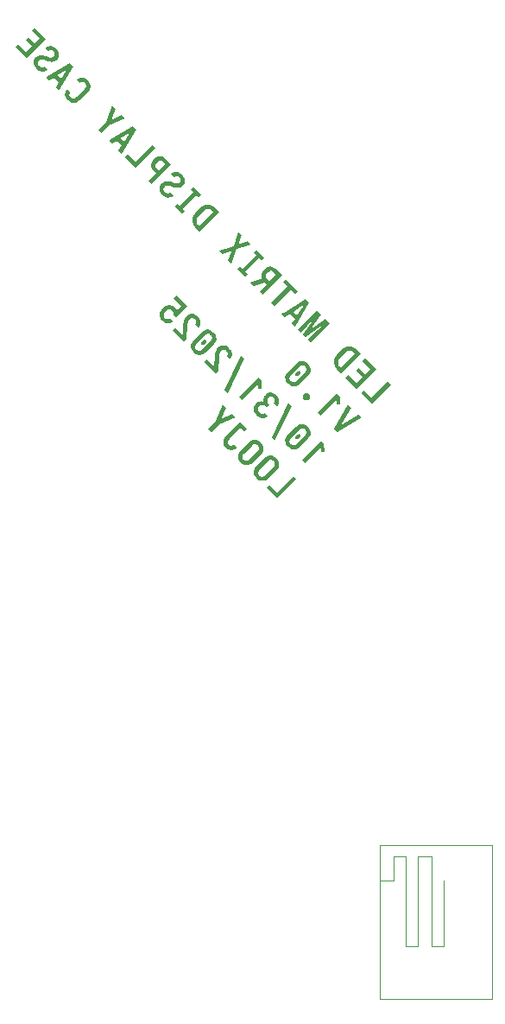
<source format=gbo>
%TF.GenerationSoftware,KiCad,Pcbnew,9.0.1*%
%TF.CreationDate,2025-10-31T14:17:25-04:00*%
%TF.ProjectId,main_display_board,6d61696e-5f64-4697-9370-6c61795f626f,rev?*%
%TF.SameCoordinates,Original*%
%TF.FileFunction,Legend,Bot*%
%TF.FilePolarity,Positive*%
%FSLAX46Y46*%
G04 Gerber Fmt 4.6, Leading zero omitted, Abs format (unit mm)*
G04 Created by KiCad (PCBNEW 9.0.1) date 2025-10-31 14:17:25*
%MOMM*%
%LPD*%
G01*
G04 APERTURE LIST*
%ADD10C,0.100000*%
%ADD11C,0.625000*%
%ADD12C,2.600000*%
%ADD13C,3.500000*%
G04 APERTURE END LIST*
D10*
X102100000Y-135750000D02*
X103300000Y-135750000D01*
X104600000Y-135750000D02*
X105800000Y-135750000D01*
X99600000Y-125850000D02*
X110600000Y-125850000D01*
X110600000Y-140950000D01*
X99600000Y-140950000D01*
X99600000Y-125850000D01*
X104600000Y-126950000D02*
X104600000Y-135750000D01*
X102100000Y-126950000D02*
X102100000Y-135750000D01*
X100900000Y-126950000D02*
X102100000Y-126950000D01*
X105800000Y-135750000D02*
X105800000Y-129350000D01*
X99600000Y-129350000D02*
X100900000Y-129350000D01*
X103300000Y-126950000D02*
X104600000Y-126950000D01*
X100900000Y-129350000D02*
X100900000Y-126950000D01*
X103300000Y-135750000D02*
X103300000Y-126950000D01*
D11*
G36*
X98764705Y-82607768D02*
G01*
X100655142Y-80717330D01*
X100351594Y-80413783D01*
X98720924Y-82044453D01*
X97987874Y-81311404D01*
X97728107Y-81571171D01*
X98764705Y-82607768D01*
G37*
G36*
X97306688Y-81149751D02*
G01*
X99197125Y-79259314D01*
X98091152Y-78153341D01*
X97831385Y-78413107D01*
X98631229Y-79212951D01*
X98114278Y-79729902D01*
X97484169Y-79099794D01*
X97224402Y-79359561D01*
X97854511Y-79989669D01*
X97260325Y-80583855D01*
X96460482Y-79784011D01*
X96200715Y-80043778D01*
X97306688Y-81149751D01*
G37*
G36*
X96752803Y-77030978D02*
G01*
X96845135Y-77052471D01*
X96934101Y-77083627D01*
X97018569Y-77125082D01*
X97097438Y-77177587D01*
X97240119Y-77302307D01*
X97674785Y-77736973D01*
X95784347Y-79627410D01*
X95349681Y-79192744D01*
X95224962Y-79050063D01*
X95172456Y-78971195D01*
X95131001Y-78886727D01*
X95078352Y-78705429D01*
X95070070Y-78594742D01*
X95469237Y-78594742D01*
X95482147Y-78720809D01*
X95501432Y-78781376D01*
X95530979Y-78836547D01*
X95609448Y-78932978D01*
X95738097Y-79061626D01*
X97109000Y-77690722D01*
X96980352Y-77562074D01*
X96883922Y-77483605D01*
X96828750Y-77454057D01*
X96768183Y-77434772D01*
X96642116Y-77421862D01*
X96518632Y-77437354D01*
X96399076Y-77474736D01*
X96283337Y-77528733D01*
X96175232Y-77595527D01*
X96074985Y-77670179D01*
X95979902Y-77752465D01*
X95887288Y-77842384D01*
X95799839Y-77932528D01*
X95717441Y-78027723D01*
X95642789Y-78127970D01*
X95575995Y-78236075D01*
X95521998Y-78351814D01*
X95484729Y-78471257D01*
X95469237Y-78594742D01*
X95070070Y-78594742D01*
X95064207Y-78516385D01*
X95088680Y-78329811D01*
X95146493Y-78150983D01*
X95230126Y-77980013D01*
X95332955Y-77820606D01*
X95451275Y-77673996D01*
X95583741Y-77533672D01*
X95721370Y-77403901D01*
X95867980Y-77285580D01*
X96027387Y-77182751D01*
X96198470Y-77099006D01*
X96377298Y-77041193D01*
X96563760Y-77016833D01*
X96752803Y-77030978D01*
G37*
G36*
X92765485Y-76608548D02*
G01*
X94655922Y-74718110D01*
X94257179Y-74319367D01*
X92742247Y-75371344D01*
X93794224Y-73856412D01*
X93395593Y-73457781D01*
X91505156Y-75348219D01*
X91785466Y-75628529D01*
X92163553Y-75250441D01*
X92452956Y-74956099D01*
X92734614Y-74653786D01*
X93011107Y-74346534D01*
X93290182Y-74041639D01*
X92024689Y-75867752D01*
X92245951Y-76089014D01*
X94072064Y-74823521D01*
X93767282Y-75102709D01*
X93459917Y-75379090D01*
X93157605Y-75660747D01*
X92863150Y-75950038D01*
X92485062Y-76328125D01*
X92765485Y-76608548D01*
G37*
G36*
X92657716Y-72719905D02*
G01*
X91235398Y-75078461D01*
X90919053Y-74762116D01*
X91237980Y-74263126D01*
X90764697Y-73789843D01*
X90265819Y-74108882D01*
X89949362Y-73792425D01*
X90290394Y-73586767D01*
X91081154Y-73586767D01*
X91441168Y-73946781D01*
X91904236Y-73226641D01*
X91995502Y-73083960D01*
X92084186Y-72943636D01*
X91944087Y-73032545D01*
X91801294Y-73123699D01*
X91081154Y-73586767D01*
X90290394Y-73586767D01*
X92307918Y-72370106D01*
X92657716Y-72719905D01*
G37*
G36*
X89201269Y-73044332D02*
G01*
X90831940Y-71413662D01*
X91258972Y-71840694D01*
X91518739Y-71580927D01*
X90361239Y-70423427D01*
X90101472Y-70683194D01*
X90528505Y-71110226D01*
X88897834Y-72740897D01*
X89201269Y-73044332D01*
G37*
G36*
X88889364Y-69171846D02*
G01*
X88992019Y-69190489D01*
X89090435Y-69225469D01*
X89183645Y-69276816D01*
X89270011Y-69339906D01*
X89348216Y-69410404D01*
X89960363Y-70022551D01*
X88069926Y-71912989D01*
X87763908Y-71606971D01*
X88494376Y-70876504D01*
X88321947Y-70704074D01*
X87213391Y-71056454D01*
X86881667Y-70724730D01*
X88026145Y-70362022D01*
X87978073Y-70247416D01*
X87952416Y-70126727D01*
X88359329Y-70126727D01*
X88368289Y-70178127D01*
X88387618Y-70227087D01*
X88448013Y-70310607D01*
X88754143Y-70616737D01*
X89394579Y-69976301D01*
X89088449Y-69670171D01*
X89004929Y-69609776D01*
X88955969Y-69590447D01*
X88904569Y-69581487D01*
X88800506Y-69593049D01*
X88703963Y-69633013D01*
X88617861Y-69690827D01*
X88538045Y-69762785D01*
X88468669Y-69840019D01*
X88409508Y-69927468D01*
X88369656Y-70023898D01*
X88359329Y-70126727D01*
X87952416Y-70126727D01*
X87951605Y-70122911D01*
X87948087Y-69995851D01*
X87968331Y-69874707D01*
X88010214Y-69759006D01*
X88072395Y-69649628D01*
X88148623Y-69548244D01*
X88231915Y-69456655D01*
X88395364Y-69316556D01*
X88484550Y-69259606D01*
X88579244Y-69215074D01*
X88679060Y-69184473D01*
X88783779Y-69169946D01*
X88889364Y-69171846D01*
G37*
G36*
X86334181Y-70177244D02*
G01*
X86593948Y-69917477D01*
X86375267Y-69698797D01*
X87746171Y-68327893D01*
X87964851Y-68546573D01*
X88224618Y-68286806D01*
X87483823Y-67546011D01*
X87224056Y-67805778D01*
X87442736Y-68024458D01*
X86071832Y-69395362D01*
X85853152Y-69176682D01*
X85593385Y-69436448D01*
X86334181Y-70177244D01*
G37*
G36*
X85040735Y-68883799D02*
G01*
X85514018Y-67463950D01*
X86931173Y-66993361D01*
X86591702Y-66653891D01*
X85688917Y-66995831D01*
X86030970Y-66093158D01*
X85691499Y-65753688D01*
X85218217Y-67173312D01*
X83801062Y-67644125D01*
X84140533Y-67983596D01*
X85043317Y-67641431D01*
X84701265Y-68544328D01*
X85040735Y-68883799D01*
G37*
G36*
X82866845Y-63145019D02*
G01*
X82959176Y-63166512D01*
X83048143Y-63197668D01*
X83132610Y-63239123D01*
X83211479Y-63291629D01*
X83354160Y-63416348D01*
X83788826Y-63851014D01*
X81898388Y-65741452D01*
X81463723Y-65306786D01*
X81339003Y-65164105D01*
X81286498Y-65085236D01*
X81245042Y-65000768D01*
X81192393Y-64819470D01*
X81184112Y-64708783D01*
X81583278Y-64708783D01*
X81596188Y-64834850D01*
X81615473Y-64895417D01*
X81645020Y-64950589D01*
X81723489Y-65047019D01*
X81852138Y-65175667D01*
X83223042Y-63804764D01*
X83094393Y-63676115D01*
X82997963Y-63597646D01*
X82942792Y-63568099D01*
X82882224Y-63548814D01*
X82756158Y-63535904D01*
X82632673Y-63551396D01*
X82513117Y-63588778D01*
X82397379Y-63642774D01*
X82289273Y-63709568D01*
X82189026Y-63784220D01*
X82093943Y-63866506D01*
X82001330Y-63956425D01*
X81913880Y-64046569D01*
X81831482Y-64141764D01*
X81756830Y-64242011D01*
X81690036Y-64350117D01*
X81636040Y-64465855D01*
X81598770Y-64585299D01*
X81583278Y-64708783D01*
X81184112Y-64708783D01*
X81178249Y-64630427D01*
X81202721Y-64443853D01*
X81260534Y-64265024D01*
X81344167Y-64094054D01*
X81446996Y-63934647D01*
X81565317Y-63788037D01*
X81697782Y-63647714D01*
X81835411Y-63517942D01*
X81982021Y-63399622D01*
X82141429Y-63296793D01*
X82312511Y-63213048D01*
X82491339Y-63155234D01*
X82677801Y-63130874D01*
X82866845Y-63145019D01*
G37*
G36*
X80162644Y-64005707D02*
G01*
X80422410Y-63745940D01*
X80203730Y-63527260D01*
X81574634Y-62156356D01*
X81793314Y-62375036D01*
X82053081Y-62115269D01*
X81312285Y-61374474D01*
X81052519Y-61634241D01*
X81271199Y-61852921D01*
X79900295Y-63223824D01*
X79681615Y-63005144D01*
X79421848Y-63264911D01*
X80162644Y-64005707D01*
G37*
G36*
X78231344Y-62115494D02*
G01*
X78383118Y-62249306D01*
X78465994Y-62305880D01*
X78555435Y-62352248D01*
X78650201Y-62386844D01*
X78750765Y-62408826D01*
X78853123Y-62415554D01*
X78952831Y-62405009D01*
X79049420Y-62378356D01*
X79141875Y-62336756D01*
X79227456Y-62282007D01*
X79303864Y-62215853D01*
X79324407Y-62195310D01*
X79018390Y-61889292D01*
X79008175Y-61899508D01*
X78952130Y-61944708D01*
X78885925Y-61977977D01*
X78814339Y-61995993D01*
X78741897Y-61996050D01*
X78671248Y-61979294D01*
X78605615Y-61947106D01*
X78491111Y-61855727D01*
X78399844Y-61741335D01*
X78367656Y-61675702D01*
X78350900Y-61605053D01*
X78350842Y-61532169D01*
X78368861Y-61458443D01*
X78402369Y-61390051D01*
X78447442Y-61333612D01*
X78520911Y-61277360D01*
X78609431Y-61241223D01*
X78704917Y-61225064D01*
X78799710Y-61228313D01*
X78893389Y-61246604D01*
X78983702Y-61275798D01*
X79159948Y-61346521D01*
X79339899Y-61410846D01*
X79526361Y-61450697D01*
X79716752Y-61458556D01*
X79811906Y-61449126D01*
X79903101Y-61428919D01*
X79991258Y-61397799D01*
X80076766Y-61355614D01*
X80156675Y-61302603D01*
X80229887Y-61238416D01*
X80294167Y-61164568D01*
X80349330Y-61080356D01*
X80392571Y-60989306D01*
X80421400Y-60895129D01*
X80435549Y-60797791D01*
X80434310Y-60697217D01*
X80417867Y-60597597D01*
X80386712Y-60503009D01*
X80342688Y-60413267D01*
X80287700Y-60329233D01*
X80157816Y-60178694D01*
X80007390Y-60048922D01*
X79923773Y-59993786D01*
X79836307Y-59949910D01*
X79743880Y-59918186D01*
X79644682Y-59899731D01*
X79544111Y-59896249D01*
X79447892Y-59908824D01*
X79354906Y-59936574D01*
X79264012Y-59979547D01*
X79179788Y-60034726D01*
X79105840Y-60099102D01*
X79085296Y-60119645D01*
X79391314Y-60425663D01*
X79401642Y-60415335D01*
X79454395Y-60371528D01*
X79516145Y-60336978D01*
X79583125Y-60315737D01*
X79652428Y-60311383D01*
X79720963Y-60323478D01*
X79786240Y-60352470D01*
X79898050Y-60438460D01*
X79984264Y-60550495D01*
X80013191Y-60615684D01*
X80025351Y-60684307D01*
X80021265Y-60753767D01*
X80000991Y-60821824D01*
X79967329Y-60884567D01*
X79923869Y-60937563D01*
X79850306Y-60993960D01*
X79761768Y-61030288D01*
X79666238Y-61046929D01*
X79571377Y-61045556D01*
X79477860Y-61028505D01*
X79387497Y-60997958D01*
X79210016Y-60926000D01*
X79029953Y-60864258D01*
X78843491Y-60824406D01*
X78654447Y-60815425D01*
X78561165Y-60824674D01*
X78467985Y-60844949D01*
X78377636Y-60876149D01*
X78291739Y-60918366D01*
X78212154Y-60970802D01*
X78141312Y-61032646D01*
X78074905Y-61109327D01*
X78019175Y-61196095D01*
X77976307Y-61289822D01*
X77948340Y-61387720D01*
X77936470Y-61488290D01*
X77941941Y-61589674D01*
X77962525Y-61689321D01*
X77995937Y-61785116D01*
X78041318Y-61875978D01*
X78097756Y-61961250D01*
X78231344Y-62115494D01*
G37*
G36*
X78086277Y-58359092D02*
G01*
X78190482Y-58381319D01*
X78289889Y-58419600D01*
X78382220Y-58472697D01*
X78548026Y-58610214D01*
X79108758Y-59170947D01*
X77218321Y-61061384D01*
X76912191Y-60755254D01*
X77642659Y-60024787D01*
X77388056Y-59770184D01*
X77250539Y-59604378D01*
X77197442Y-59512047D01*
X77159161Y-59412640D01*
X77137017Y-59308342D01*
X77136380Y-59294030D01*
X77545579Y-59294030D01*
X77562955Y-59374135D01*
X77598605Y-59448519D01*
X77647823Y-59510417D01*
X77902426Y-59765020D01*
X78542862Y-59124584D01*
X78288259Y-58869981D01*
X78226361Y-58820763D01*
X78151977Y-58785113D01*
X78071872Y-58767737D01*
X77992570Y-58772316D01*
X77915880Y-58795689D01*
X77844613Y-58835405D01*
X77717311Y-58942051D01*
X77613135Y-59066883D01*
X77573511Y-59138049D01*
X77550158Y-59214728D01*
X77545579Y-59294030D01*
X77136380Y-59294030D01*
X77132219Y-59200471D01*
X77144428Y-59092944D01*
X77173305Y-58989649D01*
X77217002Y-58891252D01*
X77273665Y-58799258D01*
X77411182Y-58635922D01*
X77577100Y-58495823D01*
X77669094Y-58439160D01*
X77767491Y-58395463D01*
X77870887Y-58366499D01*
X77978425Y-58354264D01*
X78086277Y-58359092D01*
G37*
G36*
X75621440Y-59464503D02*
G01*
X77511878Y-57574066D01*
X77208330Y-57270518D01*
X75577659Y-58901189D01*
X74844610Y-58168139D01*
X74584843Y-58427906D01*
X75621440Y-59464503D01*
G37*
G36*
X75685989Y-55748177D02*
G01*
X74263671Y-58106734D01*
X73947325Y-57790389D01*
X74266253Y-57291398D01*
X73792970Y-56818116D01*
X73294092Y-57137155D01*
X72977634Y-56820697D01*
X73318666Y-56615039D01*
X74109427Y-56615039D01*
X74469441Y-56975053D01*
X74932508Y-56254913D01*
X75023775Y-56112232D01*
X75112459Y-55971909D01*
X74972360Y-56060818D01*
X74829567Y-56151972D01*
X74109427Y-56615039D01*
X73318666Y-56615039D01*
X75336191Y-55398379D01*
X75685989Y-55748177D01*
G37*
G36*
X72229542Y-56072605D02*
G01*
X73006260Y-55295887D01*
X74601008Y-54663197D01*
X74269171Y-54331360D01*
X73199233Y-54799366D01*
X73667352Y-53729540D01*
X73335515Y-53397704D01*
X72702825Y-54992451D01*
X71926107Y-55769170D01*
X72229542Y-56072605D01*
G37*
G36*
X68979202Y-52863352D02*
G01*
X69146468Y-53004798D01*
X69239884Y-53061555D01*
X69339328Y-53102688D01*
X69443822Y-53127730D01*
X69552844Y-53136141D01*
X69662130Y-53127721D01*
X69768830Y-53102688D01*
X69870275Y-53061676D01*
X69963038Y-53006145D01*
X70128844Y-52865934D01*
X70913308Y-52081470D01*
X71053519Y-51915664D01*
X71109050Y-51822901D01*
X71150062Y-51721456D01*
X71175156Y-51614670D01*
X71183515Y-51505470D01*
X71175105Y-51396448D01*
X71150062Y-51291954D01*
X71108959Y-51192485D01*
X71052285Y-51098981D01*
X70910838Y-50931716D01*
X70757830Y-50799362D01*
X70673565Y-50744087D01*
X70582818Y-50699115D01*
X70487062Y-50666259D01*
X70387376Y-50647589D01*
X70286330Y-50644422D01*
X70186770Y-50658029D01*
X70090379Y-50686881D01*
X69998961Y-50729987D01*
X69914451Y-50785532D01*
X69838318Y-50852012D01*
X69827991Y-50862340D01*
X70134008Y-51168357D01*
X70139172Y-51163193D01*
X70194615Y-51117355D01*
X70258727Y-51082255D01*
X70328324Y-51061637D01*
X70400173Y-51059129D01*
X70470959Y-51073257D01*
X70536568Y-51102798D01*
X70651072Y-51191482D01*
X70703590Y-51255526D01*
X70743573Y-51330459D01*
X70766138Y-51411236D01*
X70766698Y-51492560D01*
X70747823Y-51571870D01*
X70711467Y-51645681D01*
X70607291Y-51775452D01*
X69822827Y-52559917D01*
X69692943Y-52664205D01*
X69619220Y-52700494D01*
X69539822Y-52719436D01*
X69458597Y-52718794D01*
X69377833Y-52696199D01*
X69302991Y-52656136D01*
X69238969Y-52603585D01*
X69150172Y-52489193D01*
X69120631Y-52423585D01*
X69106504Y-52352799D01*
X69109073Y-52280865D01*
X69129629Y-52211353D01*
X69164746Y-52147229D01*
X69210680Y-52091685D01*
X69215731Y-52086634D01*
X68909714Y-51780616D01*
X68899498Y-51790832D01*
X68832906Y-51867077D01*
X68777249Y-51951699D01*
X68734212Y-52043029D01*
X68705291Y-52139507D01*
X68691769Y-52238968D01*
X68694963Y-52340002D01*
X68713604Y-52439709D01*
X68746377Y-52535556D01*
X68791459Y-52626187D01*
X68846849Y-52710343D01*
X68979202Y-52863352D01*
G37*
G36*
X69514452Y-49576640D02*
G01*
X68092133Y-51935197D01*
X67775788Y-51618851D01*
X68094715Y-51119861D01*
X67621433Y-50646578D01*
X67122555Y-50965618D01*
X66806097Y-50649160D01*
X67147129Y-50443502D01*
X67937890Y-50443502D01*
X68297904Y-50803516D01*
X68760971Y-50083376D01*
X68852237Y-49940695D01*
X68940922Y-49800372D01*
X68800823Y-49889281D01*
X68658030Y-49980435D01*
X67937890Y-50443502D01*
X67147129Y-50443502D01*
X69164654Y-49226842D01*
X69514452Y-49576640D01*
G37*
G36*
X65888270Y-49772419D02*
G01*
X66040043Y-49906232D01*
X66122919Y-49962805D01*
X66212361Y-50009173D01*
X66307127Y-50043769D01*
X66407691Y-50065752D01*
X66510049Y-50072480D01*
X66609757Y-50061935D01*
X66706345Y-50035282D01*
X66798800Y-49993681D01*
X66884381Y-49938933D01*
X66960790Y-49872779D01*
X66981333Y-49852235D01*
X66675316Y-49546218D01*
X66665100Y-49556434D01*
X66609056Y-49601633D01*
X66542850Y-49634902D01*
X66471265Y-49652919D01*
X66398822Y-49652976D01*
X66328173Y-49636220D01*
X66262540Y-49604031D01*
X66148036Y-49512653D01*
X66056770Y-49398261D01*
X66024581Y-49332628D01*
X66007825Y-49261979D01*
X66007767Y-49189094D01*
X66025787Y-49115369D01*
X66059295Y-49046976D01*
X66104368Y-48990537D01*
X66177837Y-48934286D01*
X66266357Y-48898148D01*
X66361842Y-48881990D01*
X66456636Y-48885238D01*
X66550314Y-48903530D01*
X66640628Y-48932724D01*
X66816874Y-49003447D01*
X66996825Y-49067771D01*
X67183287Y-49107623D01*
X67373677Y-49115481D01*
X67468831Y-49106052D01*
X67560027Y-49085845D01*
X67648183Y-49054725D01*
X67733691Y-49012540D01*
X67813600Y-48959529D01*
X67886812Y-48895342D01*
X67951093Y-48821493D01*
X68006256Y-48737281D01*
X68049497Y-48646231D01*
X68078326Y-48552055D01*
X68092475Y-48454717D01*
X68091235Y-48354142D01*
X68074793Y-48254522D01*
X68043638Y-48159935D01*
X67999613Y-48070193D01*
X67944625Y-47986158D01*
X67814742Y-47835619D01*
X67664315Y-47705848D01*
X67580698Y-47650712D01*
X67493233Y-47606836D01*
X67400805Y-47575112D01*
X67301607Y-47556656D01*
X67201036Y-47553175D01*
X67104818Y-47565749D01*
X67011832Y-47593500D01*
X66920938Y-47636472D01*
X66836713Y-47691651D01*
X66762765Y-47756028D01*
X66742222Y-47776571D01*
X67048239Y-48082588D01*
X67058567Y-48072261D01*
X67111320Y-48028453D01*
X67173071Y-47993904D01*
X67240051Y-47972663D01*
X67309353Y-47968309D01*
X67377889Y-47980404D01*
X67443166Y-48009396D01*
X67554975Y-48095386D01*
X67641190Y-48207420D01*
X67670116Y-48272610D01*
X67682277Y-48341233D01*
X67678191Y-48410692D01*
X67657917Y-48478750D01*
X67624255Y-48541492D01*
X67580795Y-48594488D01*
X67507231Y-48650885D01*
X67418693Y-48687214D01*
X67323163Y-48703855D01*
X67228302Y-48702481D01*
X67134786Y-48685431D01*
X67044423Y-48654884D01*
X66866941Y-48582926D01*
X66686878Y-48521183D01*
X66500417Y-48481332D01*
X66311373Y-48472351D01*
X66218090Y-48481600D01*
X66124911Y-48501875D01*
X66034561Y-48533075D01*
X65948665Y-48575292D01*
X65869080Y-48627728D01*
X65798238Y-48689571D01*
X65731830Y-48766252D01*
X65676101Y-48853020D01*
X65633232Y-48946748D01*
X65605265Y-49044646D01*
X65593395Y-49145216D01*
X65598867Y-49246599D01*
X65619451Y-49346247D01*
X65652863Y-49442042D01*
X65698244Y-49532903D01*
X65754682Y-49618176D01*
X65888270Y-49772419D01*
G37*
G36*
X64906118Y-48749181D02*
G01*
X66796555Y-46858743D01*
X65690582Y-45752770D01*
X65430815Y-46012537D01*
X66230659Y-46812381D01*
X65713707Y-47329332D01*
X65083599Y-46699224D01*
X64823832Y-46958991D01*
X65453941Y-47589099D01*
X64859755Y-48183285D01*
X64059911Y-47383441D01*
X63800145Y-47643208D01*
X64906118Y-48749181D01*
G37*
G36*
X95393058Y-85413406D02*
G01*
X97751614Y-83991088D01*
X97435269Y-83674742D01*
X95899794Y-84659925D01*
X95757001Y-84751304D01*
X95616790Y-84839876D01*
X95705586Y-84699889D01*
X95796853Y-84556984D01*
X96782036Y-83021509D01*
X96465578Y-82705051D01*
X95043260Y-85063608D01*
X95393058Y-85413406D01*
G37*
G36*
X93749927Y-83770275D02*
G01*
X95324019Y-82196182D01*
X95347144Y-82697754D01*
X95673817Y-82710552D01*
X95640364Y-81879837D01*
X95336816Y-81576290D01*
X93446379Y-83466727D01*
X93749927Y-83770275D01*
G37*
G36*
X92111847Y-82173282D02*
G01*
X92166613Y-82220291D01*
X92227698Y-82258149D01*
X92293730Y-82283625D01*
X92362633Y-82292949D01*
X92431411Y-82285039D01*
X92497680Y-82258261D01*
X92610837Y-82173394D01*
X92696940Y-82059002D01*
X92723039Y-81993670D01*
X92731740Y-81923843D01*
X92723386Y-81853776D01*
X92698287Y-81787560D01*
X92660429Y-81726476D01*
X92613419Y-81671709D01*
X92558752Y-81624795D01*
X92497680Y-81586954D01*
X92431465Y-81561855D01*
X92361398Y-81553501D01*
X92291571Y-81562202D01*
X92226239Y-81588301D01*
X92111847Y-81674404D01*
X92026979Y-81787560D01*
X92000201Y-81853830D01*
X91992291Y-81922608D01*
X92001615Y-81991511D01*
X92027092Y-82057543D01*
X92064933Y-82118615D01*
X92111847Y-82173282D01*
G37*
G36*
X91674936Y-79413961D02*
G01*
X91741842Y-79457518D01*
X91785511Y-79524536D01*
X91795880Y-79563466D01*
X91795839Y-79601770D01*
X91768896Y-79674963D01*
X91718717Y-79737940D01*
X91608142Y-79848515D01*
X91545052Y-79898807D01*
X91471748Y-79925861D01*
X91394626Y-79915421D01*
X91327720Y-79871640D01*
X91284051Y-79804846D01*
X91273611Y-79727725D01*
X91300665Y-79654420D01*
X91350957Y-79591330D01*
X91461532Y-79480755D01*
X91524509Y-79430576D01*
X91597702Y-79403634D01*
X91636006Y-79403592D01*
X91674936Y-79413961D01*
G37*
G36*
X92040847Y-78429172D02*
G01*
X92144402Y-78458415D01*
X92242634Y-78502070D01*
X92334681Y-78558662D01*
X92500599Y-78698761D01*
X92640810Y-78864792D01*
X92697422Y-78956852D01*
X92741169Y-79055182D01*
X92770350Y-79158651D01*
X92783603Y-79267351D01*
X92779341Y-79376525D01*
X92756549Y-79482102D01*
X92716962Y-79582634D01*
X92662588Y-79676198D01*
X92523724Y-79843351D01*
X91713553Y-80653523D01*
X91546287Y-80792499D01*
X91452723Y-80846872D01*
X91352192Y-80886459D01*
X91246614Y-80909251D01*
X91137441Y-80913514D01*
X91028817Y-80900208D01*
X90925272Y-80871080D01*
X90826966Y-80827303D01*
X90734993Y-80770608D01*
X90568963Y-80630397D01*
X90428864Y-80464479D01*
X90372189Y-80372519D01*
X90328504Y-80274312D01*
X90299314Y-80170681D01*
X90287948Y-80077523D01*
X90702663Y-80077523D01*
X90706130Y-80157987D01*
X90732187Y-80235695D01*
X90775071Y-80307397D01*
X90828729Y-80370630D01*
X90891977Y-80424307D01*
X90963777Y-80467285D01*
X91041485Y-80493343D01*
X91121949Y-80496809D01*
X91201646Y-80480739D01*
X91276305Y-80447977D01*
X91345092Y-80402246D01*
X91407536Y-80347505D01*
X92217707Y-79537334D01*
X92272431Y-79474904D01*
X92318066Y-79406216D01*
X92350829Y-79331556D01*
X92366899Y-79251860D01*
X92363432Y-79171396D01*
X92337375Y-79093687D01*
X92294477Y-79021798D01*
X92240832Y-78958528D01*
X92177575Y-78904901D01*
X92105785Y-78862097D01*
X92028077Y-78836040D01*
X91947612Y-78832573D01*
X91867939Y-78848673D01*
X91793369Y-78881518D01*
X91724593Y-78927072D01*
X91662138Y-78981765D01*
X90851967Y-79791937D01*
X90797257Y-79854405D01*
X90751608Y-79923279D01*
X90718762Y-79997850D01*
X90702663Y-80077523D01*
X90287948Y-80077523D01*
X90286071Y-80062143D01*
X90290251Y-79952872D01*
X90313013Y-79847280D01*
X90352520Y-79746657D01*
X90406861Y-79653073D01*
X90545837Y-79485807D01*
X91356009Y-78675636D01*
X91523162Y-78536772D01*
X91616747Y-78482430D01*
X91717370Y-78442923D01*
X91822962Y-78420161D01*
X91932233Y-78415981D01*
X92040847Y-78429172D01*
G37*
G36*
X92204169Y-88401801D02*
G01*
X93778261Y-86827709D01*
X93801386Y-87329281D01*
X94128059Y-87342079D01*
X94094606Y-86511364D01*
X93791058Y-86207816D01*
X91900621Y-88098254D01*
X92204169Y-88401801D01*
G37*
G36*
X91672062Y-85588372D02*
G01*
X91738968Y-85631929D01*
X91782637Y-85698947D01*
X91793006Y-85737877D01*
X91792965Y-85776181D01*
X91766023Y-85849374D01*
X91715843Y-85912351D01*
X91605268Y-86022926D01*
X91542179Y-86073218D01*
X91468874Y-86100272D01*
X91391752Y-86089832D01*
X91324846Y-86046051D01*
X91281177Y-85979257D01*
X91270737Y-85902136D01*
X91297791Y-85828831D01*
X91348083Y-85765741D01*
X91458658Y-85655166D01*
X91521635Y-85604987D01*
X91594828Y-85578045D01*
X91633132Y-85578003D01*
X91672062Y-85588372D01*
G37*
G36*
X92037973Y-84603583D02*
G01*
X92141528Y-84632826D01*
X92239760Y-84676481D01*
X92331807Y-84733073D01*
X92497725Y-84873172D01*
X92637936Y-85039203D01*
X92694548Y-85131263D01*
X92738296Y-85229593D01*
X92767476Y-85333062D01*
X92780729Y-85441762D01*
X92776467Y-85550936D01*
X92753675Y-85656513D01*
X92714088Y-85757045D01*
X92659715Y-85850609D01*
X92520850Y-86017762D01*
X91710679Y-86827934D01*
X91543414Y-86966910D01*
X91449849Y-87021283D01*
X91349318Y-87060870D01*
X91243740Y-87083662D01*
X91134567Y-87087925D01*
X91025943Y-87074619D01*
X90922398Y-87045491D01*
X90824092Y-87001714D01*
X90732119Y-86945019D01*
X90566089Y-86804808D01*
X90425990Y-86638890D01*
X90369315Y-86546930D01*
X90325631Y-86448724D01*
X90296440Y-86345092D01*
X90285074Y-86251934D01*
X90699789Y-86251934D01*
X90703256Y-86332398D01*
X90729313Y-86410106D01*
X90772197Y-86481808D01*
X90825856Y-86545042D01*
X90889103Y-86598718D01*
X90960903Y-86641696D01*
X91038611Y-86667754D01*
X91119075Y-86671220D01*
X91198772Y-86655150D01*
X91273431Y-86622388D01*
X91342218Y-86576657D01*
X91404662Y-86521916D01*
X92214833Y-85711745D01*
X92269557Y-85649315D01*
X92315192Y-85580627D01*
X92347955Y-85505967D01*
X92364025Y-85426271D01*
X92360558Y-85345807D01*
X92334501Y-85268098D01*
X92291603Y-85196209D01*
X92237958Y-85132939D01*
X92174701Y-85079312D01*
X92102911Y-85036508D01*
X92025203Y-85010451D01*
X91944739Y-85006984D01*
X91865065Y-85023084D01*
X91790495Y-85055929D01*
X91721719Y-85101483D01*
X91659265Y-85156176D01*
X90849093Y-85966348D01*
X90794383Y-86028816D01*
X90748734Y-86097690D01*
X90715888Y-86172261D01*
X90699789Y-86251934D01*
X90285074Y-86251934D01*
X90283197Y-86236554D01*
X90287377Y-86127283D01*
X90310139Y-86021691D01*
X90349646Y-85921068D01*
X90403987Y-85827484D01*
X90542963Y-85660218D01*
X91353135Y-84850047D01*
X91520288Y-84711183D01*
X91613873Y-84656841D01*
X91714496Y-84617334D01*
X91820088Y-84594572D01*
X91929359Y-84590392D01*
X92037973Y-84603583D01*
G37*
G36*
X88951247Y-85884399D02*
G01*
X89267592Y-86200744D01*
X90885465Y-82849371D01*
X90569120Y-82533026D01*
X88951247Y-85884399D01*
G37*
G36*
X87472687Y-83711406D02*
G01*
X87628277Y-83846341D01*
X87714564Y-83904387D01*
X87805758Y-83951977D01*
X87901739Y-83987642D01*
X88002436Y-84009902D01*
X88104885Y-84016859D01*
X88205624Y-84007208D01*
X88303585Y-83981039D01*
X88398485Y-83937832D01*
X88486349Y-83880879D01*
X88563168Y-83814235D01*
X88575966Y-83801438D01*
X88269948Y-83495420D01*
X88264897Y-83500472D01*
X88206151Y-83547714D01*
X88137483Y-83581635D01*
X88063520Y-83599239D01*
X87989526Y-83598249D01*
X87917677Y-83580272D01*
X87850774Y-83546835D01*
X87732453Y-83451639D01*
X87680116Y-83391640D01*
X87635911Y-83324338D01*
X87605032Y-83250949D01*
X87592130Y-83172564D01*
X87597618Y-83093207D01*
X87621766Y-83016973D01*
X87661114Y-82946759D01*
X87711798Y-82885855D01*
X87766402Y-82839055D01*
X87826302Y-82802335D01*
X87891127Y-82775318D01*
X87960114Y-82758554D01*
X88030683Y-82752378D01*
X88100213Y-82757207D01*
X88168016Y-82772905D01*
X88232678Y-82799640D01*
X88348417Y-82876762D01*
X88452593Y-82973305D01*
X88712360Y-82713538D01*
X88624798Y-82618343D01*
X88556657Y-82511585D01*
X88520734Y-82388100D01*
X88517209Y-82323124D01*
X88524551Y-82260798D01*
X88566985Y-82141131D01*
X88642872Y-82036955D01*
X88695502Y-81992576D01*
X88757264Y-81956016D01*
X88824659Y-81931823D01*
X88895005Y-81923798D01*
X88965072Y-81932152D01*
X89031287Y-81957251D01*
X89092078Y-81994719D01*
X89144556Y-82039536D01*
X89226730Y-82150224D01*
X89252487Y-82213981D01*
X89262765Y-82281454D01*
X89257033Y-82349246D01*
X89234475Y-82415042D01*
X89198957Y-82475716D01*
X89154772Y-82528199D01*
X89147026Y-82535945D01*
X89453156Y-82842074D01*
X89471117Y-82824113D01*
X89535678Y-82750602D01*
X89590785Y-82668522D01*
X89633843Y-82579664D01*
X89662743Y-82485877D01*
X89676828Y-82388771D01*
X89675540Y-82290323D01*
X89659461Y-82193166D01*
X89629290Y-82100156D01*
X89586586Y-82011737D01*
X89532859Y-81928962D01*
X89404323Y-81779770D01*
X89252437Y-81651233D01*
X89167364Y-81597743D01*
X89077538Y-81556038D01*
X88982960Y-81527473D01*
X88883330Y-81513604D01*
X88782835Y-81514862D01*
X88685306Y-81531566D01*
X88591345Y-81562625D01*
X88501426Y-81607453D01*
X88418175Y-81663688D01*
X88344600Y-81728355D01*
X88282630Y-81799272D01*
X88230096Y-81878782D01*
X88188592Y-81964666D01*
X88159373Y-82055028D01*
X88143320Y-82148204D01*
X88141412Y-82242725D01*
X88152952Y-82337008D01*
X88177447Y-82430534D01*
X88077739Y-82397075D01*
X87974259Y-82379119D01*
X87869273Y-82376544D01*
X87765906Y-82389447D01*
X87665660Y-82417695D01*
X87570352Y-82461517D01*
X87482213Y-82518661D01*
X87403198Y-82587359D01*
X87333828Y-82666348D01*
X87274550Y-82754625D01*
X87227926Y-82850150D01*
X87196081Y-82951414D01*
X87180386Y-83055944D01*
X87182049Y-83161001D01*
X87199647Y-83264733D01*
X87232116Y-83365537D01*
X87277765Y-83461244D01*
X87335057Y-83550652D01*
X87472687Y-83711406D01*
G37*
G36*
X86032631Y-82230264D02*
G01*
X87606724Y-80656172D01*
X87629849Y-81157744D01*
X87956522Y-81170541D01*
X87923069Y-80339827D01*
X87619521Y-80036279D01*
X85729084Y-81926716D01*
X86032631Y-82230264D01*
G37*
G36*
X84322594Y-81255746D02*
G01*
X84638939Y-81572091D01*
X86256812Y-78220718D01*
X85940467Y-77904373D01*
X84322594Y-81255746D01*
G37*
G36*
X83435525Y-79633158D02*
G01*
X83695292Y-79373391D01*
X83775108Y-78043686D01*
X83787905Y-77881585D01*
X83813613Y-77719595D01*
X83872773Y-77567934D01*
X83916391Y-77499272D01*
X83970550Y-77436703D01*
X84094035Y-77341508D01*
X84166006Y-77309573D01*
X84241880Y-77296492D01*
X84318645Y-77301888D01*
X84392419Y-77326016D01*
X84460463Y-77365118D01*
X84520955Y-77415935D01*
X84608405Y-77529204D01*
X84636609Y-77593435D01*
X84649491Y-77663017D01*
X84646386Y-77733654D01*
X84626478Y-77801881D01*
X84592332Y-77864817D01*
X84546662Y-77920089D01*
X84538916Y-77927835D01*
X84845046Y-78233965D01*
X84860425Y-78218585D01*
X84927001Y-78142354D01*
X84982563Y-78057831D01*
X85025453Y-77966576D01*
X85053398Y-77871369D01*
X85065573Y-77773112D01*
X85061032Y-77673345D01*
X85041751Y-77574843D01*
X85009617Y-77480484D01*
X84965819Y-77390884D01*
X84911952Y-77308055D01*
X84780722Y-77156168D01*
X84619967Y-77018764D01*
X84530212Y-76962421D01*
X84433505Y-76919639D01*
X84331665Y-76891693D01*
X84226500Y-76879900D01*
X84120911Y-76884349D01*
X84018148Y-76905495D01*
X83919931Y-76942681D01*
X83827757Y-76995526D01*
X83664421Y-77130573D01*
X83588136Y-77217221D01*
X83524322Y-77311984D01*
X83473164Y-77413876D01*
X83435525Y-77521571D01*
X83409847Y-77633275D01*
X83394438Y-77747884D01*
X83378947Y-77976668D01*
X83376365Y-77984414D01*
X83314622Y-78992722D01*
X82568775Y-78246875D01*
X82309008Y-78506641D01*
X83435525Y-79633158D01*
G37*
G36*
X82414756Y-76331067D02*
G01*
X82481662Y-76374623D01*
X82525331Y-76441642D01*
X82535700Y-76480572D01*
X82535659Y-76518876D01*
X82508717Y-76592068D01*
X82458537Y-76655045D01*
X82347962Y-76765620D01*
X82284873Y-76815912D01*
X82211568Y-76842967D01*
X82134446Y-76832526D01*
X82067540Y-76788746D01*
X82023871Y-76721952D01*
X82013431Y-76644830D01*
X82040486Y-76571525D01*
X82090777Y-76508435D01*
X82201352Y-76397861D01*
X82264330Y-76347681D01*
X82337522Y-76320739D01*
X82375826Y-76320697D01*
X82414756Y-76331067D01*
G37*
G36*
X82780667Y-75346277D02*
G01*
X82884222Y-75375520D01*
X82982454Y-75419175D01*
X83074501Y-75475767D01*
X83240419Y-75615866D01*
X83380631Y-75781897D01*
X83437243Y-75873957D01*
X83480990Y-75972288D01*
X83510170Y-76075756D01*
X83523424Y-76184457D01*
X83519161Y-76293630D01*
X83496369Y-76399208D01*
X83456782Y-76499739D01*
X83402409Y-76593303D01*
X83263545Y-76760456D01*
X82453373Y-77570628D01*
X82286108Y-77709604D01*
X82192543Y-77763977D01*
X82092012Y-77803565D01*
X81986434Y-77826356D01*
X81877261Y-77830619D01*
X81768637Y-77817314D01*
X81665092Y-77788185D01*
X81566787Y-77744409D01*
X81474814Y-77687714D01*
X81308783Y-77547502D01*
X81168684Y-77381584D01*
X81112009Y-77289624D01*
X81068325Y-77191418D01*
X81039134Y-77087786D01*
X81027767Y-76994628D01*
X81442483Y-76994628D01*
X81445950Y-77075092D01*
X81472007Y-77152801D01*
X81514891Y-77224502D01*
X81568550Y-77287736D01*
X81631797Y-77341412D01*
X81703597Y-77384391D01*
X81781305Y-77410448D01*
X81861770Y-77413915D01*
X81941466Y-77397845D01*
X82016125Y-77365082D01*
X82084912Y-77319351D01*
X82147356Y-77264610D01*
X82957527Y-76454439D01*
X83012251Y-76392009D01*
X83057887Y-76323321D01*
X83090649Y-76248662D01*
X83106719Y-76168965D01*
X83103252Y-76088501D01*
X83077195Y-76010792D01*
X83034297Y-75938903D01*
X82980653Y-75875633D01*
X82917396Y-75822006D01*
X82845605Y-75779203D01*
X82767897Y-75753145D01*
X82687433Y-75749679D01*
X82607759Y-75765778D01*
X82533189Y-75798623D01*
X82464413Y-75844178D01*
X82401959Y-75898870D01*
X81591787Y-76709042D01*
X81537077Y-76771510D01*
X81491428Y-76840385D01*
X81458583Y-76914955D01*
X81442483Y-76994628D01*
X81027767Y-76994628D01*
X81025891Y-76979249D01*
X81030071Y-76869978D01*
X81052833Y-76764385D01*
X81092340Y-76663762D01*
X81146681Y-76570178D01*
X81285658Y-76402912D01*
X82095829Y-75592741D01*
X82262982Y-75453877D01*
X82356567Y-75399535D01*
X82457190Y-75360028D01*
X82562782Y-75337266D01*
X82672053Y-75333086D01*
X82780667Y-75346277D01*
G37*
G36*
X80349756Y-76547389D02*
G01*
X80609523Y-76287622D01*
X80689339Y-74957918D01*
X80702137Y-74795816D01*
X80727844Y-74633827D01*
X80787004Y-74482165D01*
X80830622Y-74413504D01*
X80884782Y-74350934D01*
X81008266Y-74255739D01*
X81080237Y-74223805D01*
X81156111Y-74210723D01*
X81232877Y-74216119D01*
X81306650Y-74240247D01*
X81374694Y-74279349D01*
X81435186Y-74330167D01*
X81522636Y-74443436D01*
X81550840Y-74507667D01*
X81563723Y-74577248D01*
X81560617Y-74647886D01*
X81540710Y-74716112D01*
X81506563Y-74779049D01*
X81460894Y-74834321D01*
X81453148Y-74842067D01*
X81759277Y-75148196D01*
X81774657Y-75132817D01*
X81841232Y-75056585D01*
X81896794Y-74972062D01*
X81939684Y-74880807D01*
X81967630Y-74785600D01*
X81979804Y-74687344D01*
X81975263Y-74587576D01*
X81955982Y-74489074D01*
X81923849Y-74394715D01*
X81880051Y-74305116D01*
X81826184Y-74222286D01*
X81694953Y-74070400D01*
X81534199Y-73932995D01*
X81444444Y-73876652D01*
X81347737Y-73833871D01*
X81245896Y-73805925D01*
X81140732Y-73794131D01*
X81035143Y-73798580D01*
X80932379Y-73819726D01*
X80834162Y-73856912D01*
X80741989Y-73909758D01*
X80578652Y-74044805D01*
X80502367Y-74131452D01*
X80438553Y-74226215D01*
X80387395Y-74328108D01*
X80349756Y-74435802D01*
X80324079Y-74547506D01*
X80308670Y-74662116D01*
X80293178Y-74890899D01*
X80290596Y-74898645D01*
X80228854Y-75906953D01*
X79483007Y-75161106D01*
X79223240Y-75420873D01*
X80349756Y-76547389D01*
G37*
G36*
X78217963Y-74456682D02*
G01*
X78367155Y-74585219D01*
X78449480Y-74639315D01*
X78536778Y-74682996D01*
X78628855Y-74714824D01*
X78725821Y-74733288D01*
X78824419Y-74737717D01*
X78921376Y-74728124D01*
X79015558Y-74703788D01*
X79106491Y-74663800D01*
X79191961Y-74611802D01*
X79269827Y-74551878D01*
X78963698Y-74245748D01*
X78906620Y-74283714D01*
X78842907Y-74310185D01*
X78775691Y-74323629D01*
X78709095Y-74322982D01*
X78644437Y-74308243D01*
X78583140Y-74279201D01*
X78477730Y-74196915D01*
X78404312Y-74097903D01*
X78380472Y-74041072D01*
X78368277Y-73982164D01*
X78367349Y-73922046D01*
X78377370Y-73862609D01*
X78421151Y-73749452D01*
X78489292Y-73647858D01*
X78572813Y-73556479D01*
X78660375Y-73476776D01*
X78758040Y-73409869D01*
X78868615Y-73366201D01*
X78986935Y-73353179D01*
X79044866Y-73361808D01*
X79101439Y-73382815D01*
X79197869Y-73450956D01*
X79273756Y-73539865D01*
X79326406Y-73643929D01*
X79338260Y-73701314D01*
X79337968Y-73761015D01*
X79322750Y-73816781D01*
X79290371Y-73862497D01*
X79596500Y-74168626D01*
X80674184Y-73090942D01*
X79627371Y-72044129D01*
X79367605Y-72303896D01*
X80108288Y-73044579D01*
X79673622Y-73479245D01*
X79630379Y-73402085D01*
X79577192Y-73328931D01*
X79455054Y-73193771D01*
X79371823Y-73118279D01*
X79281390Y-73051090D01*
X79183471Y-72996779D01*
X79076967Y-72959824D01*
X78965683Y-72941100D01*
X78853235Y-72941750D01*
X78741732Y-72960015D01*
X78633208Y-72994512D01*
X78530445Y-73043215D01*
X78436531Y-73103852D01*
X78264101Y-73252932D01*
X78116256Y-73426596D01*
X78054728Y-73523555D01*
X78007029Y-73625855D01*
X77974296Y-73733537D01*
X77958196Y-73847117D01*
X77959478Y-73961800D01*
X77978739Y-74073543D01*
X78016000Y-74180078D01*
X78071353Y-74279089D01*
X78139983Y-74370929D01*
X78217963Y-74456682D01*
G37*
G36*
X89498777Y-91873695D02*
G01*
X91389215Y-89983258D01*
X91085667Y-89679710D01*
X89454997Y-91310381D01*
X88721947Y-90577331D01*
X88462180Y-90837098D01*
X89498777Y-91873695D01*
G37*
G36*
X88939398Y-87692797D02*
G01*
X89046375Y-87720121D01*
X89148039Y-87763264D01*
X89241929Y-87820481D01*
X89409083Y-87961814D01*
X89550529Y-88129080D01*
X89607673Y-88222883D01*
X89650888Y-88324635D01*
X89678212Y-88431611D01*
X89688158Y-88541968D01*
X89680714Y-88651977D01*
X89655940Y-88756719D01*
X89615251Y-88856364D01*
X89559509Y-88950814D01*
X89419298Y-89119314D01*
X88634834Y-89903778D01*
X88466334Y-90043990D01*
X88371884Y-90099731D01*
X88272238Y-90140420D01*
X88167583Y-90165134D01*
X88057487Y-90172638D01*
X87947131Y-90162693D01*
X87840154Y-90135368D01*
X87738428Y-90092123D01*
X87644712Y-90034897D01*
X87477446Y-89893451D01*
X87336113Y-89726297D01*
X87278814Y-89632493D01*
X87235641Y-89530855D01*
X87208317Y-89423878D01*
X87200000Y-89331596D01*
X87614963Y-89331596D01*
X87617167Y-89413770D01*
X87642018Y-89494932D01*
X87684084Y-89569779D01*
X87737213Y-89633684D01*
X87801131Y-89686831D01*
X87876077Y-89728992D01*
X87957154Y-89753781D01*
X88039414Y-89756046D01*
X88120251Y-89738046D01*
X88196351Y-89701937D01*
X88328817Y-89597761D01*
X89113281Y-88813297D01*
X89217457Y-88680832D01*
X89253542Y-88604746D01*
X89271454Y-88524006D01*
X89269270Y-88441647D01*
X89244511Y-88360557D01*
X89202432Y-88285521D01*
X89149316Y-88221581D01*
X89085389Y-88168483D01*
X89010452Y-88126498D01*
X88929277Y-88101678D01*
X88847003Y-88099556D01*
X88766264Y-88117467D01*
X88690178Y-88153552D01*
X88557712Y-88257728D01*
X87773248Y-89042193D01*
X87669072Y-89174658D01*
X87632964Y-89250758D01*
X87614963Y-89331596D01*
X87200000Y-89331596D01*
X87198371Y-89313522D01*
X87205875Y-89203427D01*
X87230589Y-89098771D01*
X87271198Y-88999034D01*
X87326907Y-88904563D01*
X87467119Y-88736063D01*
X88251583Y-87951599D01*
X88420083Y-87811388D01*
X88514554Y-87755678D01*
X88614291Y-87715070D01*
X88719032Y-87690295D01*
X88829042Y-87682851D01*
X88939398Y-87692797D01*
G37*
G36*
X87396514Y-86149913D02*
G01*
X87503490Y-86177237D01*
X87605154Y-86220380D01*
X87699045Y-86277596D01*
X87866198Y-86418930D01*
X88007644Y-86586196D01*
X88064788Y-86679999D01*
X88108004Y-86781750D01*
X88135328Y-86888727D01*
X88145274Y-86999083D01*
X88137830Y-87109093D01*
X88113055Y-87213834D01*
X88072367Y-87313480D01*
X88016625Y-87407930D01*
X87876414Y-87576430D01*
X87091950Y-88360894D01*
X86923449Y-88501105D01*
X86828999Y-88556847D01*
X86729354Y-88597536D01*
X86624698Y-88622250D01*
X86514603Y-88629754D01*
X86404247Y-88619808D01*
X86297270Y-88592484D01*
X86195544Y-88549239D01*
X86101828Y-88492012D01*
X85934562Y-88350566D01*
X85793228Y-88183413D01*
X85735929Y-88089609D01*
X85692757Y-87987971D01*
X85665432Y-87880994D01*
X85657116Y-87788711D01*
X86072079Y-87788711D01*
X86074283Y-87870886D01*
X86099133Y-87952048D01*
X86141200Y-88026895D01*
X86194329Y-88090800D01*
X86258247Y-88143947D01*
X86333193Y-88186107D01*
X86414269Y-88210897D01*
X86496529Y-88213162D01*
X86577367Y-88195161D01*
X86653467Y-88159053D01*
X86785932Y-88054877D01*
X87570397Y-87270413D01*
X87674573Y-87137947D01*
X87710658Y-87061861D01*
X87728569Y-86981122D01*
X87726386Y-86898763D01*
X87701627Y-86817673D01*
X87659547Y-86742637D01*
X87606432Y-86678697D01*
X87542505Y-86625599D01*
X87467568Y-86583614D01*
X87386392Y-86558794D01*
X87304119Y-86556672D01*
X87223380Y-86574583D01*
X87147293Y-86610668D01*
X87014828Y-86714844D01*
X86230364Y-87499308D01*
X86126188Y-87631774D01*
X86090079Y-87707874D01*
X86072079Y-87788711D01*
X85657116Y-87788711D01*
X85655487Y-87770638D01*
X85662991Y-87660542D01*
X85687705Y-87555887D01*
X85728314Y-87456150D01*
X85784023Y-87361679D01*
X85924234Y-87193179D01*
X86708698Y-86408714D01*
X86877199Y-86268503D01*
X86971669Y-86212794D01*
X87071406Y-86172185D01*
X87176148Y-86147411D01*
X87286157Y-86139967D01*
X87396514Y-86149913D01*
G37*
G36*
X84463748Y-86879752D02*
G01*
X84613052Y-87008401D01*
X84695722Y-87061531D01*
X84783910Y-87102249D01*
X84877098Y-87130151D01*
X84975536Y-87144795D01*
X85075053Y-87144418D01*
X85172325Y-87128069D01*
X85265896Y-87096763D01*
X85353623Y-87052069D01*
X85434735Y-86996067D01*
X85507979Y-86931167D01*
X85518194Y-86920951D01*
X85214759Y-86617516D01*
X85209707Y-86622567D01*
X85157274Y-86666652D01*
X85097673Y-86701149D01*
X85033243Y-86723638D01*
X84966555Y-86731907D01*
X84899982Y-86724879D01*
X84835324Y-86701036D01*
X84775722Y-86664547D01*
X84723515Y-86619985D01*
X84659190Y-86535230D01*
X84625737Y-86434871D01*
X84623221Y-86381238D01*
X84630901Y-86329348D01*
X84666936Y-86229100D01*
X84723515Y-86139069D01*
X84792891Y-86061835D01*
X85870575Y-84984151D01*
X86235865Y-85349441D01*
X86495631Y-85089674D01*
X85824324Y-84418367D01*
X84486873Y-85755818D01*
X84350591Y-85917919D01*
X84294882Y-86008310D01*
X84251467Y-86104381D01*
X84222643Y-86205554D01*
X84210380Y-86312733D01*
X84214891Y-86420478D01*
X84236087Y-86523667D01*
X84273573Y-86621917D01*
X84327466Y-86715181D01*
X84463748Y-86879752D01*
G37*
G36*
X83021111Y-85396028D02*
G01*
X83797829Y-84619310D01*
X85392577Y-83986620D01*
X85060740Y-83654783D01*
X83990802Y-84122790D01*
X84458921Y-83052964D01*
X84127084Y-82721127D01*
X83494394Y-84315875D01*
X82717675Y-85092593D01*
X83021111Y-85396028D01*
G37*
%LPC*%
D12*
%TO.C,M3*%
X48475000Y-138437500D03*
D13*
X48475000Y-138437500D03*
%TD*%
D12*
%TO.C,M1*%
X112475000Y-43437500D03*
D13*
X112475000Y-43437500D03*
%TD*%
D12*
%TO.C,M2*%
X48475000Y-43437500D03*
D13*
X48475000Y-43437500D03*
%TD*%
D12*
%TO.C,M4*%
X112475000Y-138437500D03*
D13*
X112475000Y-138437500D03*
%TD*%
%LPD*%
M02*

</source>
